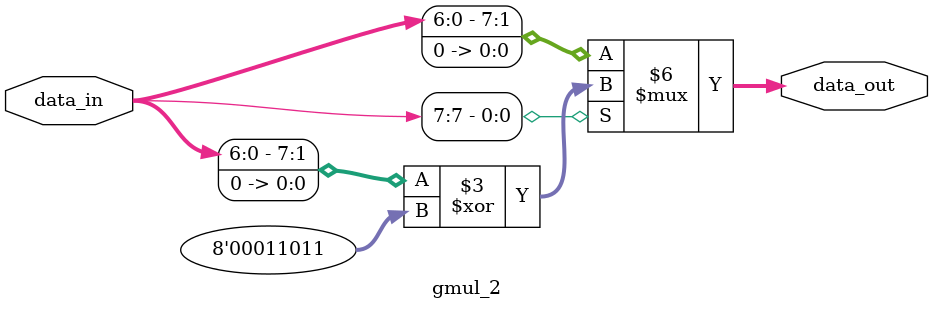
<source format=v>
module gmul_2(data_in, data_out);
    input [7:0] data_in;
    output [7:0] data_out;

    always @ (*) begin
        if (data_in[7]) begin
            data_out = (data_in << 1) ^ 8'h1B;
        end else begin
            data_out = data_in << 1;
        end
    end
endmodule
</source>
